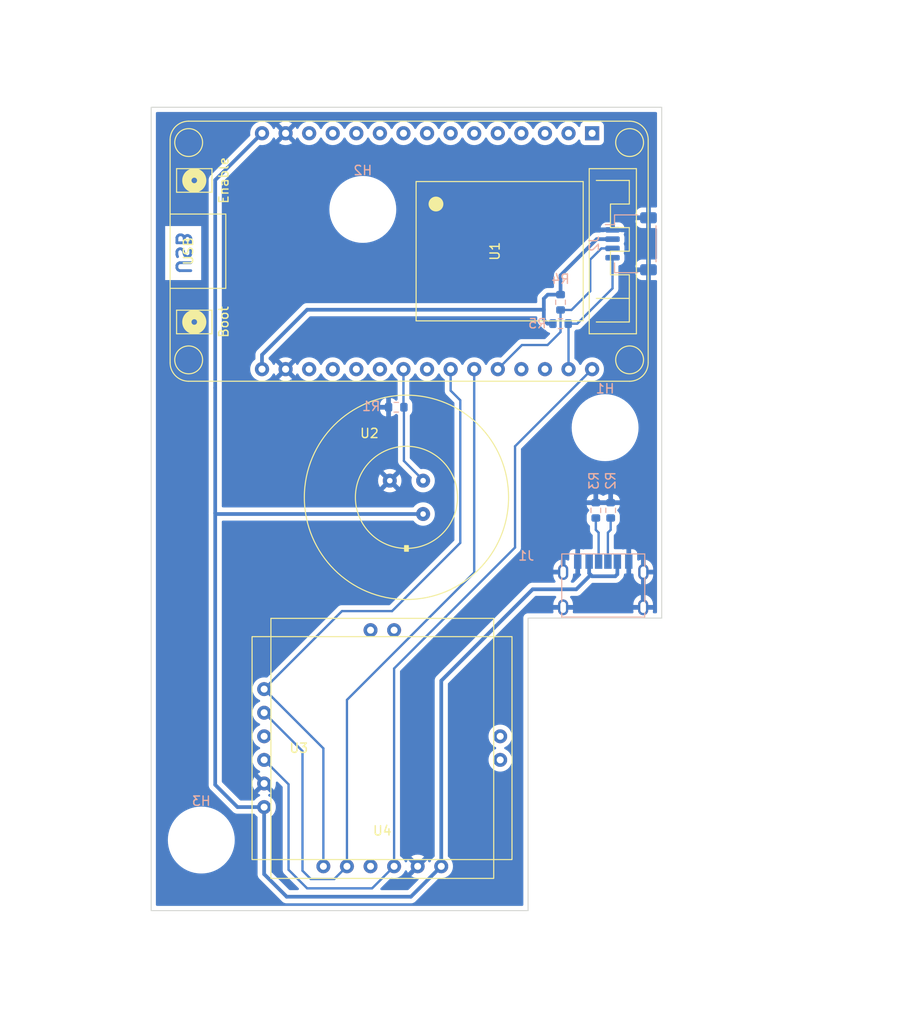
<source format=kicad_pcb>
(kicad_pcb (version 20211014) (generator pcbnew)
  (layers (0 "F.Cu" signal) (31 "B.Cu" signal) (34 "B.Paste" user) (35 "F.Paste" user) (36 "B.SilkS" user "B.Silkscreen") (37 "F.SilkS" user "F.Silkscreen") (38 "B.Mask" user) (39 "F.Mask" user) (44 "Edge.Cuts" user))
  (net 0 "")
  (net 1 "Net-(J1-PadA5)")
  (net 2 "+5V")
  (net 3 "GND")
  (net 4 "Net-(J1-PadB5)")
  (net 5 "motion")
  (net 6 "mmWave_Tx")
  (net 7 "mmWave_Rx")
  (net 9 "presence")
  (net 12 "+3V3")
  (net 16 "SDA")
  (net 17 "SCL")
  (footprint "My Footprints:SEN0395" (layer "F.Cu") (at 140 115)
    (fp_text reference "U3" (at -9 0 unlocked) (layer "F.SilkS"))
    (fp_text value "SEN0395")
    (fp_rect (start -12 -13.97) (end 12 14.03) (layer "F.SilkS") (width 0.12) (fill none))
    (pad "1" thru_hole circle (at -6.35 12.73) (size 1.5 1.5) (drill 0.75) (layers *.Cu *.Mask) (net 6 "mmWave_Tx"))
    (pad "2" thru_hole circle (at -3.81 12.73) (size 1.5 1.5) (drill 0.75) (layers *.Cu *.Mask) (net 7 "mmWave_Rx"))
    (pad "3" thru_hole circle (at -1.27 12.73) (size 1.5 1.5) (drill 0.75) (layers *.Cu *.Mask))
    (pad "4" thru_hole circle (at 1.27 12.73) (size 1.5 1.5) (drill 0.75) (layers *.Cu *.Mask) (net 9 "presence"))
    (pad "5" thru_hole circle (at 3.81 12.73) (size 1.5 1.5) (drill 0.75) (layers *.Cu *.Mask) (net 3 "GND"))
    (pad "6" thru_hole circle (at 6.35 12.73) (size 1.5 1.5) (drill 0.75) (layers *.Cu *.Mask) (net 2 "+5V"))
    (pad "7" thru_hole circle (at 1.27 -12.7) (size 1.5 1.5) (drill 0.75) (layers *.Cu *.Mask))
    (pad "8" thru_hole circle (at -1.27 -12.7) (size 1.5 1.5) (drill 0.75) (layers *.Cu *.Mask))
  )
  (footprint "My Footprints:esp32_devkit_v1" (layer "F.Cu") (at 162.6 61.5 -90)
    (fp_text reference "U1" (at 0 10.47 90) (layer "F.SilkS"))
    (fp_text value "ESP32_DevKit_V1_DOIT")
    (fp_text user "Enable" (at -7.62 39.68 90) (layer "F.SilkS"))
    (fp_text user "USB" (at 0 43.49 90) (layer "F.SilkS"))
    (fp_text user "Boot" (at 7.62 39.68 90) (layer "F.SilkS"))
    (fp_line (start -14 -4.04) (end -14 43.46) (layer "F.SilkS") (width 0.12))
    (fp_line (start 8.89 0.31) (end -8.89 0.31) (layer "F.SilkS") (width 0.12))
    (fp_line (start -7.5 18.96) (end -7.5 0.96) (layer "F.SilkS") (width 0.12))
    (fp_line (start 7.62 -4.008) (end 7.62 -0.452) (layer "F.SilkS") (width 0.12))
    (fp_line (start 8.89 -4.77) (end 8.89 0.31) (layer "F.SilkS") (width 0.12))
    (fp_line (start 2.54 -4.008) (end 7.62 -4.008) (layer "F.SilkS") (width 0.12))
    (fp_line (start 6.35 40.95) (end 8.89 40.95) (layer "F.SilkS") (width 0.12))
    (fp_line (start -6.35 40.95) (end -6.35 44.76) (layer "F.SilkS") (width 0.12))
    (fp_line (start 6.35 44.76) (end 6.35 40.95) (layer "F.SilkS") (width 0.12))
    (fp_line (start 4 39.46) (end 4 45.46) (layer "F.SilkS") (width 0.12))
    (fp_line (start 5.08 -4.008) (end 5.08 -0.452) (layer "F.SilkS") (width 0.12))
    (fp_line (start -2.54 -4.008) (end 0 -4.008) (layer "F.SilkS") (width 0.12))
    (fp_line (start 8.89 40.95) (end 8.89 44.76) (layer "F.SilkS") (width 0.12))
    (fp_line (start -6.35 44.76) (end -8.89 44.76) (layer "F.SilkS") (width 0.12))
    (fp_line (start 0 -1.976) (end 2.54 -1.976) (layer "F.SilkS") (width 0.12))
    (fp_line (start -2.54 -1.976) (end -2.54 -4.008) (layer "F.SilkS") (width 0.12))
    (fp_line (start -8.89 44.76) (end -8.89 40.95) (layer "F.SilkS") (width 0.12))
    (fp_line (start -7.5 0.96) (end 7.5 0.96) (layer "F.SilkS") (width 0.12))
    (fp_line (start -4 39.46) (end 4 39.46) (layer "F.SilkS") (width 0.12))
    (fp_line (start -7.62 -0.452) (end -7.62 -4.008) (layer "F.SilkS") (width 0.12))
    (fp_line (start 7.5 0.96) (end 7.5 18.96) (layer "F.SilkS") (width 0.12))
    (fp_line (start -4 39.46) (end -4 45.46) (layer "F.SilkS") (width 0.12))
    (fp_line (start -8.89 40.95) (end -6.35 40.95) (layer "F.SilkS") (width 0.12))
    (fp_line (start -8.89 -4.77) (end 8.89 -4.77) (layer "F.SilkS") (width 0.12))
    (fp_line (start -12 45.46) (end 12 45.46) (layer "F.SilkS") (width 0.12))
    (fp_line (start 8.89 44.76) (end 6.35 44.76) (layer "F.SilkS") (width 0.12))
    (fp_line (start -7.62 -4.008) (end -5.08 -4.008) (layer "F.SilkS") (width 0.12))
    (fp_line (start 14 43.46) (end 14 -4.04) (layer "F.SilkS") (width 0.12))
    (fp_line (start 0 -4.008) (end 0 -1.976) (layer "F.SilkS") (width 0.12))
    (fp_line (start -12 -6.04) (end 12 -6.04) (layer "F.SilkS") (width 0.12))
    (fp_line (start -5.08 -1.976) (end -2.54 -1.976) (layer "F.SilkS") (width 0.12))
    (fp_line (start 2.54 -1.976) (end 2.54 -4.008) (layer "F.SilkS") (width 0.12))
    (fp_line (start -5.08 -4.008) (end -5.08 -1.976) (layer "F.SilkS") (width 0.12))
    (fp_line (start 7.5 18.96) (end -7.5 18.96) (layer "F.SilkS") (width 0.12))
    (fp_line (start -8.89 0.31) (end -8.89 -4.77) (layer "F.SilkS") (width 0.12))
    (fp_arc (start 14 43.46) (mid 13.414214 44.874214) (end 12 45.46) (layer "F.SilkS") (width 0.12))
    (fp_arc (start -12 45.46) (mid -13.414214 44.874214) (end -14 43.46) (layer "F.SilkS") (width 0.12))
    (fp_arc (start -14 -4.04) (mid -13.414214 -5.454214) (end -12 -6.04) (layer "F.SilkS") (width 0.12))
    (fp_arc (start 12 -6.04) (mid 13.414214 -5.454214) (end 14 -4.04) (layer "F.SilkS") (width 0.12))
    (fp_circle (center 7.62 42.855) (end 7.92 42.855) (layer "F.SilkS") (width 1) (fill none))
    (fp_circle (center -11.7 43.46) (end -10.2 43.46) (layer "F.SilkS") (width 0.12) (fill none))
    (fp_circle (center -11.7 -4.04) (end -10.2 -4.04) (layer "F.SilkS") (width 0.12) (fill none))
    (fp_circle (center -7.62 42.855) (end -7.32 42.855) (layer "F.SilkS") (width 1) (fill none))
    (fp_circle (center 11.7 43.46) (end 13.2 43.46) (layer "F.SilkS") (width 0.12) (fill none))
    (fp_circle (center -5.08 16.82) (end -4.68 16.82) (layer "F.SilkS") (width 0.8) (fill none))
    (fp_circle (center 11.7 -4.04) (end 13.2 -4.04) (layer "F.SilkS") (width 0.12) (fill none))
    (pad "1" thru_hole rect (at -12.7 0 270) (size 1.524 1.524) (drill 0.762) (layers *.Cu *.Mask))
    (pad "2" thru_hole circle (at -12.7 2.54 270) (size 1.524 1.524) (drill 0.762) (layers *.Cu *.Mask))
    (pad "3" thru_hole circle (at -12.7 5.08 270) (size 1.524 1.524) (drill 0.762) (layers *.Cu *.Mask))
    (pad "4" thru_hole circle (at -12.7 7.62 270) (size 1.524 1.524) (drill 0.762) (layers *.Cu *.Mask))
    (pad "5" thru_hole circle (at -12.7 10.16 270) (size 1.524 1.524) (drill 0.762) (layers *.Cu *.Mask))
    (pad "6" thru_hole circle (at -12.7 12.7 270) (size 1.524 1.524) (drill 0.762) (layers *.Cu *.Mask))
    (pad "7" thru_hole circle (at -12.7 15.24 270) (size 1.524 1.524) (drill 0.762) (layers *.Cu *.Mask))
    (pad "8" thru_hole circle (at -12.7 17.78 270) (size 1.524 1.524) (drill 0.762) (layers *.Cu *.Mask))
    (pad "9" thru_hole circle (at -12.7 20.32 270) (size 1.524 1.524) (drill 0.762) (layers *.Cu *.Mask))
    (pad "10" thru_hole circle (at -12.7 22.86 270) (size 1.524 1.524) (drill 0.762) (layers *.Cu *.Mask))
    (pad "11" thru_hole circle (at -12.7 25.4 270) (size 1.524 1.524) (drill 0.762) (layers *.Cu *.Mask))
    (pad "12" thru_hole circle (at -12.7 27.94 270) (size 1.524 1.524) (drill 0.762) (layers *.Cu *.Mask))
    (pad "13" thru_hole circle (at -12.7 30.48 270) (size 1.524 1.524) (drill 0.762) (layers *.Cu *.Mask))
    (pad "14" thru_hole circle (at -12.7 33.02 270) (size 1.524 1.524) (drill 0.762) (layers *.Cu *.Mask) (net 3 "GND"))
    (pad "15" thru_hole circle (at -12.7 35.56 270) (size 1.524 1.524) (drill 0.762) (layers *.Cu *.Mask) (net 2 "+5V"))
    (pad "16" thru_hole circle (at 12.7 35.56 270) (size 1.524 1.524) (drill 0.762) (layers *.Cu *.Mask) (net 12 "+3V3"))
    (pad "17" thru_hole circle (at 12.7 33.02 270) (size 1.524 1.524) (drill 0.762) (layers *.Cu *.Mask) (net 3 "GND"))
    (pad "18" thru_hole circle (at 12.7 30.48 270) (size 1.524 1.524) (drill 0.762) (layers *.Cu *.Mask))
    (pad "19" thru_hole circle (at 12.7 27.94 270) (size 1.524 1.524) (drill 0.762) (layers *.Cu *.Mask))
    (pad "20" thru_hole circle (at 12.7 25.4 270) (size 1.524 1.524) (drill 0.762) (layers *.Cu *.Mask))
    (pad "21" thru_hole circle (at 12.7 22.86 270) (size 1.524 1.524) (drill 0.762) (layers *.Cu *.Mask))
    (pad "22" thru_hole circle (at 12.7 20.32 270) (size 1.524 1.524) (drill 0.762) (layers *.Cu *.Mask) (net 5 "motion"))
    (pad "23" thru_hole circle (at 12.7 17.78 270) (size 1.524 1.524) (drill 0.762) (layers *.Cu *.Mask))
    (pad "24" thru_hole circle (at 12.7 15.24 270) (size 1.524 1.524) (drill 0.762) (layers *.Cu *.Mask) (net 6 "mmWave_Tx"))
    (pad "25" thru_hole circle (at 12.7 12.7 270) (size 1.524 1.524) (drill 0.762) (layers *.Cu *.Mask) (net 7 "mmWave_Rx"))
    (pad "26" thru_hole circle (at 12.7 10.16 270) (size 1.524 1.524) (drill 0.762) (layers *.Cu *.Mask) (net 16 "SDA"))
    (pad "27" thru_hole circle (at 12.7 7.62 270) (size 1.524 1.524) (drill 0.762) (layers *.Cu *.Mask))
    (pad "28" thru_hole circle (at 12.7 5.08 270) (size 1.524 1.524) (drill 0.762) (layers *.Cu *.Mask))
    (pad "29" thru_hole circle (at 12.7 2.54 270) (size 1.524 1.524) (drill 0.762) (layers *.Cu *.Mask) (net 17 "SCL"))
    (pad "30" thru_hole circle (at 12.7 0 270) (size 1.524 1.524) (drill 0.762) (layers *.Cu *.Mask) (net 9 "presence"))
  )
  (footprint "My Footprints:EKMxxxxxxxxx" (layer "F.Cu") (at 142.6 88 180)
    (fp_text reference "U2" (at 3.990455 6.890455 unlocked) (layer "F.SilkS"))
    (fp_text value "EKMxxxxxxxxx")
    (fp_rect (start -0.2 -5.8) (end 0.2 -5.2) (layer "F.SilkS") (width 0.12) (fill solid))
    (fp_circle (center 0 0) (end 11 0.1) (layer "F.SilkS") (width 0.12) (fill none))
    (fp_circle (center 0 0) (end 5.5 0) (layer "F.SilkS") (width 0.12) (fill none))
    (pad "1" thru_hole circle (at 1.796 1.796 180) (size 1.5 1.5) (drill 0.6) (layers *.Cu *.Mask) (net 3 "GND"))
    (pad "2" thru_hole circle (at -1.796 1.796 180) (size 1.5 1.5) (drill 0.6) (layers *.Cu *.Mask) (net 5 "motion"))
    (pad "3" thru_hole circle (at -1.796 -1.796 180) (size 1.5 1.5) (drill 0.6) (layers *.Cu *.Mask) (net 2 "+5V"))
  )
  (footprint "My Footprints:SEN0395" (layer "F.Cu") (at 140 115 -90)
    (fp_text reference "U4" (at 8.9 0 unlocked) (layer "F.SilkS"))
    (fp_text value "SEN0395")
    (fp_rect (start -12 -13.97) (end 12 14.03) (layer "F.SilkS") (width 0.12) (fill none))
    (pad "1" thru_hole circle (at -6.35 12.73 270) (size 1.5 1.5) (drill 0.75) (layers *.Cu *.Mask) (net 6 "mmWave_Tx"))
    (pad "2" thru_hole circle (at -3.81 12.73 270) (size 1.5 1.5) (drill 0.75) (layers *.Cu *.Mask) (net 7 "mmWave_Rx"))
    (pad "3" thru_hole circle (at -1.27 12.73 270) (size 1.5 1.5) (drill 0.75) (layers *.Cu *.Mask))
    (pad "4" thru_hole circle (at 1.27 12.73 270) (size 1.5 1.5) (drill 0.75) (layers *.Cu *.Mask) (net 9 "presence"))
    (pad "5" thru_hole circle (at 3.81 12.73 270) (size 1.5 1.5) (drill 0.75) (layers *.Cu *.Mask) (net 3 "GND"))
    (pad "6" thru_hole circle (at 6.35 12.73 270) (size 1.5 1.5) (drill 0.75) (layers *.Cu *.Mask) (net 2 "+5V"))
    (pad "7" thru_hole circle (at 1.27 -12.7 270) (size 1.5 1.5) (drill 0.75) (layers *.Cu *.Mask))
    (pad "8" thru_hole circle (at -1.27 -12.7 270) (size 1.5 1.5) (drill 0.75) (layers *.Cu *.Mask))
  )
  (footprint "Resistor_SMD:R_0603_1608Metric" (layer "B.Cu") (at 159.2 67 -90)
    (fp_text reference "R4" (at -2.5 0) (layer "B.SilkS") (effects (justify mirror)))
    (fp_text value "2k2")
    (fp_line (start -0.237258 0.5225) (end 0.237258 0.5225) (layer "B.SilkS") (width 0.12))
    (fp_line (start -0.237258 -0.5225) (end 0.237258 -0.5225) (layer "B.SilkS") (width 0.12))
    (pad "1" smd roundrect (at -0.825 0 270) (size 0.8 0.95) (layers "B.Cu" "B.Paste" "B.Mask") (net 12 "+3V3"))
    (pad "2" smd roundrect (at 0.825 0 270) (size 0.8 0.95) (layers "B.Cu" "B.Paste" "B.Mask") (net 16 "SDA"))
  )
  (footprint "Resistor_SMD:R_0603_1608Metric" (layer "B.Cu") (at 164.6 89.4 90)
    (fp_text reference "R2" (at 3.2 0 90) (layer "B.SilkS") (effects (justify mirror)))
    (fp_text value "5k1")
    (fp_line (start -0.237258 -0.5225) (end 0.237258 -0.5225) (layer "B.SilkS") (width 0.12))
    (fp_line (start -0.237258 0.5225) (end 0.237258 0.5225) (layer "B.SilkS") (width 0.12))
    (pad "1" smd roundrect (at -0.825 0 90) (size 0.8 0.95) (layers "B.Cu" "B.Paste" "B.Mask") (net 4 "Net-(J1-PadB5)"))
    (pad "2" smd roundrect (at 0.825 0 90) (size 0.8 0.95) (layers "B.Cu" "B.Paste" "B.Mask") (net 3 "GND"))
  )
  (footprint "Resistor_SMD:R_0603_1608Metric" (layer "B.Cu") (at 163 89.4 90)
    (fp_text reference "R3" (at 3.2 -0.2 90) (layer "B.SilkS") (effects (justify mirror)))
    (fp_text value "5k1")
    (fp_line (start -0.237258 -0.5225) (end 0.237258 -0.5225) (layer "B.SilkS") (width 0.12))
    (fp_line (start -0.237258 0.5225) (end 0.237258 0.5225) (layer "B.SilkS") (width 0.12))
    (pad "1" smd roundrect (at -0.825 0 90) (size 0.8 0.95) (layers "B.Cu" "B.Paste" "B.Mask") (net 1 "Net-(J1-PadA5)"))
    (pad "2" smd roundrect (at 0.825 0 90) (size 0.8 0.95) (layers "B.Cu" "B.Paste" "B.Mask") (net 3 "GND"))
  )
  (footprint "MountingHole:MountingHole_3.2mm_M3" (layer "B.Cu") (at 164 80.5 180)
    (fp_text reference "H1" (at 0 4.2) (layer "B.SilkS") (effects (justify mirror)))
    (fp_text value "MountingHole")
    (pad "" np_thru_hole circle (at 0 0 180) (size 3.2 3.2) (drill 3.2) (layers F&B.Cu *.Mask) (clearance 2))
  )
  (footprint "Resistor_SMD:R_0603_1608Metric" (layer "B.Cu") (at 141.5 78.3 180)
    (fp_text reference "R1" (at 2.7 0.1) (layer "B.SilkS") (effects (justify mirror)))
    (fp_text value "10k")
    (fp_line (start -0.237258 0.5225) (end 0.237258 0.5225) (layer "B.SilkS") (width 0.12))
    (fp_line (start -0.237258 -0.5225) (end 0.237258 -0.5225) (layer "B.SilkS") (width 0.12))
    (pad "1" smd roundrect (at -0.825 0 180) (size 0.8 0.95) (layers "B.Cu" "B.Paste" "B.Mask") (net 5 "motion"))
    (pad "2" smd roundrect (at 0.825 0 180) (size 0.8 0.95) (layers "B.Cu" "B.Paste" "B.Mask") (net 3 "GND"))
  )
  (footprint "Resistor_SMD:R_0603_1608Metric" (layer "B.Cu") (at 159.2 69.3)
    (fp_text reference "R5" (at -2.5 0) (layer "B.SilkS") (effects (justify mirror)))
    (fp_text value "2k2")
    (fp_line (start -0.237258 -0.5225) (end 0.237258 -0.5225) (layer "B.SilkS") (width 0.12))
    (fp_line (start -0.237258 0.5225) (end 0.237258 0.5225) (layer "B.SilkS") (width 0.12))
    (pad "1" smd roundrect (at -0.825 0) (size 0.8 0.95) (layers "B.Cu" "B.Paste" "B.Mask") (net 12 "+3V3"))
    (pad "2" smd roundrect (at 0.825 0) (size 0.8 0.95) (layers "B.Cu" "B.Paste" "B.Mask") (net 17 "SCL"))
  )
  (footprint "Connector_JST:JST_SH_SM04B-SRSS-TB_1x04-1MP_P1.00mm_Horizontal" (layer "B.Cu") (at 166.8 60.7 -90)
    (fp_text reference "J2" (at 0 3.98 90) (layer "B.SilkS") (effects (justify mirror)))
    (fp_text value "JST_SH_01X04")
    (fp_line (start 3.11 1.785) (end 2.06 1.785) (layer "B.SilkS") (width 0.12))
    (fp_line (start -3.11 -0.715) (end -3.11 1.785) (layer "B.SilkS") (width 0.12))
    (fp_line (start 3.11 -0.715) (end 3.11 1.785) (layer "B.SilkS") (width 0.12))
    (fp_line (start -3.11 1.785) (end -2.06 1.785) (layer "B.SilkS") (width 0.12))
    (fp_line (start -2.06 1.785) (end -2.06 2.775) (layer "B.SilkS") (width 0.12))
    (fp_line (start -1.94 -2.685) (end 1.94 -2.685) (layer "B.SilkS") (width 0.12))
    (pad "1" smd roundrect (at -1.5 2 270) (size 0.6 1.55) (layers "B.Cu" "B.Paste" "B.Mask") (net 3 "GND"))
    (pad "2" smd roundrect (at -0.5 2 270) (size 0.6 1.55) (layers "B.Cu" "B.Paste" "B.Mask") (net 12 "+3V3"))
    (pad "3" smd roundrect (at 0.5 2 270) (size 0.6 1.55) (layers "B.Cu" "B.Paste" "B.Mask") (net 16 "SDA"))
    (pad "4" smd roundrect (at 1.5 2 270) (size 0.6 1.55) (layers "B.Cu" "B.Paste" "B.Mask") (net 17 "SCL"))
    (pad "MP" smd roundrect (at 2.8 -1.875 270) (size 1.2 1.8) (layers "B.Cu" "B.Paste" "B.Mask") (roundrect_rratio 0.208333) (net 3 "GND"))
    (pad "MP" smd roundrect (at -2.8 -1.875 270) (size 1.2 1.8) (layers "B.Cu" "B.Paste" "B.Mask") (roundrect_rratio 0.208333) (net 3 "GND"))
  )
  (footprint "My Footprints:USB_C_Power" (layer "B.Cu") (at 163.8 94.095 180)
    (fp_text reference "J1" (at 8.3 -0.205 unlocked) (layer "B.SilkS") (effects (justify mirror)))
    (fp_text value "USB_C_Receptacle_Power")
    (fp_rect (start -4.47 0) (end 4.47 -6.8) (layer "B.SilkS") (width 0.12) (fill none))
    (pad "A5" smd rect (at 0.5 -0.8 180) (size 0.8 1.6) (layers "B.Cu" "B.Paste" "B.Mask") (net 1 "Net-(J1-PadA5)"))
    (pad "A9" smd rect (at 1.52 -0.8 180) (size 0.8 1.6) (layers "B.Cu" "B.Paste" "B.Mask") (net 2 "+5V"))
    (pad "A12" smd rect (at 2.75 -0.8 180) (size 0.8 1.6) (layers "B.Cu" "B.Paste" "B.Mask") (net 3 "GND"))
    (pad "B5" smd rect (at -0.5 -0.8 180) (size 0.8 1.6) (layers "B.Cu" "B.Paste" "B.Mask") (net 4 "Net-(J1-PadB5)"))
    (pad "B9" smd rect (at -1.52 -0.8 180) (size 0.8 1.6) (layers "B.Cu" "B.Paste" "B.Mask") (net 2 "+5V"))
    (pad "B12" smd rect (at -2.75 -0.8 180) (size 0.8 1.6) (layers "B.Cu" "B.Paste" "B.Mask") (net 3 "GND"))
    (pad "SHLD" thru_hole oval (at -4.3 -5.75 180) (size 1.1 1.7) (drill oval 0.6 1.2) (layers *.Cu *.Mask) (net 3 "GND"))
    (pad "SHLD" thru_hole oval (at -4.32 -1.95 180) (size 1.1 1.7) (drill oval 0.6 1.2) (layers *.Cu *.Mask) (net 3 "GND"))
    (pad "SHLD" thru_hole oval (at 4.32 -1.95 180) (size 1.1 1.7) (drill oval 0.6 1.2) (layers *.Cu *.Mask) (net 3 "GND"))
    (pad "SHLD" thru_hole oval (at 4.32 -5.75 180) (size 1.1 1.7) (drill oval 0.6 1.2) (layers *.Cu *.Mask) (net 3 "GND"))
  )
  (footprint "MountingHole:MountingHole_3.2mm_M3" (layer "B.Cu") (at 137.9 57 180)
    (fp_text reference "H2" (at 0 4.2) (layer "B.SilkS") (effects (justify mirror)))
    (fp_text value "MountingHole")
    (pad "" np_thru_hole circle (at 0 0 180) (size 3.2 3.2) (drill 3.2) (layers F&B.Cu *.Mask) (clearance 2))
  )
  (footprint "MountingHole:MountingHole_3.2mm_M3" (layer "B.Cu") (at 120.5 124.9 180)
    (fp_text reference "H3" (at 0 4.2) (layer "B.SilkS") (effects (justify mirror)))
    (fp_text value "MountingHole")
    (pad "" np_thru_hole circle (at 0 0 180) (size 3.2 3.2) (drill 3.2) (layers F&B.Cu *.Mask) (clearance 2))
  )
  (gr_line (start 155.7 101) (end 170.1 101) (layer "Edge.Cuts") (width 0.1))
  (gr_line (start 155.7 132.5) (end 155.7 101) (layer "Edge.Cuts") (width 0.1))
  (gr_line (start 170.1 101) (end 170.1 46) (layer "Edge.Cuts") (width 0.1))
  (gr_line (start 115.1 46.1) (end 115.1 132.5) (layer "Edge.Cuts") (width 0.1))
  (gr_line (start 170.1 46) (end 115.1 46) (layer "Edge.Cuts") (width 0.1))
  (gr_line (start 115.1 46) (end 115.1 46.1) (layer "Edge.Cuts") (width 0.1))
  (gr_line (start 115.1 132.5) (end 155.7 132.5) (layer "Edge.Cuts") (width 0.1))
  (gr_text "USB" (at 118.55 61.7 270) (layer "B.Cu") (effects (font (size 1.5 1.5) (thickness 0.3)) (justify mirror)))
  (segment (start 163 91.5) (end 163 90.225) (width 0.25) (layer "B.Cu") (net 1))
  (segment (start 163.3 91.8) (end 163 91.5) (width 0.25) (layer "B.Cu") (net 1))
  (segment (start 163.3 94.895) (end 163.3 91.8) (width 0.25) (layer "B.Cu") (net 1))
  (segment (start 122.096 89.796) (end 122 89.7) (width 0.4) (layer "B.Cu") (net 2))
  (segment (start 160.9 97.9) (end 156.2 97.9) (width 0.4) (layer "B.Cu") (net 2))
  (segment (start 144.396 89.796) (end 122.096 89.796) (width 0.4) (layer "B.Cu") (net 2))
  (segment (start 165.1 96.5) (end 162.6 96.5) (width 0.4) (layer "B.Cu") (net 2))
  (segment (start 124.4 121.35) (end 122 118.95) (width 0.4) (layer "B.Cu") (net 2))
  (segment (start 122 118.95) (end 122 89.7) (width 0.4) (layer "B.Cu") (net 2))
  (segment (start 129.7 131) (end 143.08 131) (width 0.4) (layer "B.Cu") (net 2))
  (segment (start 162.28 96.18) (end 162.28 94.895) (width 0.4) (layer "B.Cu") (net 2))
  (segment (start 122 53.84) (end 122 76.2) (width 0.4) (layer "B.Cu") (net 2))
  (segment (start 162.6 96.5) (end 162.45 96.35) (width 0.4) (layer "B.Cu") (net 2))
  (segment (start 127.27 121.35) (end 127.27 128.57) (width 0.4) (layer "B.Cu") (net 2))
  (segment (start 165.32 96.28) (end 165.1 96.5) (width 0.4) (layer "B.Cu") (net 2))
  (segment (start 162.45 96.35) (end 160.9 97.9) (width 0.4) (layer "B.Cu") (net 2))
  (segment (start 156.2 97.9) (end 146.35 107.75) (width 0.4) (layer "B.Cu") (net 2))
  (segment (start 165.32 94.895) (end 165.32 96.28) (width 0.4) (layer "B.Cu") (net 2))
  (segment (start 162.45 96.35) (end 162.28 96.18) (width 0.4) (layer "B.Cu") (net 2))
  (segment (start 127.27 128.57) (end 129.7 131) (width 0.4) (layer "B.Cu") (net 2))
  (segment (start 143.08 131) (end 146.35 127.73) (width 0.4) (layer "B.Cu") (net 2))
  (segment (start 127.27 121.35) (end 124.4 121.35) (width 0.4) (layer "B.Cu") (net 2))
  (segment (start 127.04 48.8) (end 122 53.84) (width 0.4) (layer "B.Cu") (net 2))
  (segment (start 122 76.2) (end 122 89.7) (width 0.4) (layer "B.Cu") (net 2))
  (segment (start 146.35 107.75) (end 146.35 127.73) (width 0.4) (layer "B.Cu") (net 2))
  (segment (start 164.3 91.8) (end 164.3 94.895) (width 0.25) (layer "B.Cu") (net 4))
  (segment (start 164.6 91.5) (end 164.3 91.8) (width 0.25) (layer "B.Cu") (net 4))
  (segment (start 164.6 90.225) (end 164.6 91.5) (width 0.25) (layer "B.Cu") (net 4))
  (segment (start 142.28 78.255) (end 142.28 74.2) (width 0.25) (layer "B.Cu") (net 5))
  (segment (start 142.325 84.075) (end 142.325 78.3) (width 0.25) (layer "B.Cu") (net 5))
  (segment (start 144.396 86.204) (end 144.396 86.146) (width 0.25) (layer "B.Cu") (net 5))
  (segment (start 144.396 86.146) (end 142.325 84.075) (width 0.25) (layer "B.Cu") (net 5))
  (segment (start 142.325 78.3) (end 142.28 78.255) (width 0.25) (layer "B.Cu") (net 5))
  (segment (start 133.65 127.73) (end 133.65 115.03) (width 0.25) (layer "B.Cu") (net 6))
  (segment (start 135.65 100.25) (end 127.27 108.63) (width 0.25) (layer "B.Cu") (net 6))
  (segment (start 148.4 92.9) (end 141.05 100.25) (width 0.25) (layer "B.Cu") (net 6))
  (segment (start 132.36 113.74) (end 127.27 108.65) (width 0.25) (layer "B.Cu") (net 6))
  (segment (start 148.4 77.55) (end 148.4 92.9) (width 0.25) (layer "B.Cu") (net 6))
  (segment (start 147.36 76.51) (end 148.4 77.55) (width 0.25) (layer "B.Cu") (net 6))
  (segment (start 147.36 74.2) (end 147.36 76.51) (width 0.25) (layer "B.Cu") (net 6))
  (segment (start 127.27 108.63) (end 127.27 108.65) (width 0.25) (layer "B.Cu") (net 6))
  (segment (start 133.65 115.03) (end 132.36 113.74) (width 0.25) (layer "B.Cu") (net 6))
  (segment (start 141.05 100.25) (end 135.65 100.25) (width 0.25) (layer "B.Cu") (net 6))
  (segment (start 134.82 129.1) (end 136.19 127.73) (width 0.25) (layer "B.Cu") (net 7))
  (segment (start 131.4 128.2) (end 132.3 129.1) (width 0.25) (layer "B.Cu") (net 7))
  (segment (start 127.27 111.19) (end 131.4 115.32) (width 0.25) (layer "B.Cu") (net 7))
  (segment (start 131.4 115.32) (end 131.4 128.2) (width 0.25) (layer "B.Cu") (net 7))
  (segment (start 149.9 96.1) (end 136.19 109.81) (width 0.25) (layer "B.Cu") (net 7))
  (segment (start 132.3 129.1) (end 134.82 129.1) (width 0.25) (layer "B.Cu") (net 7))
  (segment (start 149.9 74.2) (end 149.9 96.1) (width 0.25) (layer "B.Cu") (net 7))
  (segment (start 136.19 109.81) (end 136.19 127.73) (width 0.25) (layer "B.Cu") (net 7))
  (segment (start 129.9 118.9) (end 127.27 116.27) (width 0.25) (layer "B.Cu") (net 9))
  (segment (start 138.9 130.1) (end 131.9 130.1) (width 0.25) (layer "B.Cu") (net 9))
  (segment (start 141.27 106.43) (end 154.3 93.4) (width 0.25) (layer "B.Cu") (net 9))
  (segment (start 131.9 130.1) (end 129.9 128.1) (width 0.25) (layer "B.Cu") (net 9))
  (segment (start 154.3 82.5) (end 162.6 74.2) (width 0.25) (layer "B.Cu") (net 9))
  (segment (start 154.3 93.4) (end 154.3 82.5) (width 0.25) (layer "B.Cu") (net 9))
  (segment (start 141.27 127.73) (end 138.9 130.1) (width 0.25) (layer "B.Cu") (net 9))
  (segment (start 141.27 127.73) (end 141.27 106.43) (width 0.25) (layer "B.Cu") (net 9))
  (segment (start 129.9 128.1) (end 129.9 118.9) (width 0.25) (layer "B.Cu") (net 9))
  (segment (start 159.2 66.175) (end 159.2 64.1) (width 0.4) (layer "B.Cu") (net 12))
  (segment (start 127.04 72.66) (end 131.9 67.8) (width 0.4) (layer "B.Cu") (net 12))
  (segment (start 157.8 69.3) (end 157.4 68.9) (width 0.4) (layer "B.Cu") (net 12))
  (segment (start 157.4 66.6) (end 157.825 66.175) (width 0.4) (layer "B.Cu") (net 12))
  (segment (start 131.9 67.8) (end 157.4 67.8) (width 0.4) (layer "B.Cu") (net 12))
  (segment (start 157.825 66.175) (end 159.2 66.175) (width 0.4) (layer "B.Cu") (net 12))
  (segment (start 159.2 64.1) (end 163.1 60.2) (width 0.4) (layer "B.Cu") (net 12))
  (segment (start 158.375 69.3) (end 157.8 69.3) (width 0.4) (layer "B.Cu") (net 12))
  (segment (start 157.4 67.8) (end 157.4 66.6) (width 0.4) (layer "B.Cu") (net 12))
  (segment (start 163.1 60.2) (end 164.8 60.2) (width 0.4) (layer "B.Cu") (net 12))
  (segment (start 127.04 74.2) (end 127.04 72.66) (width 0.4) (layer "B.Cu") (net 12))
  (segment (start 157.4 68.9) (end 157.4 67.8) (width 0.4) (layer "B.Cu") (net 12))
  (segment (start 155.04 71.6) (end 152.44 74.2) (width 0.25) (layer "B.Cu") (net 16))
  (segment (start 160.375 67.825) (end 162.4 65.8) (width 0.25) (layer "B.Cu") (net 16))
  (segment (start 162.4 62.4) (end 163.6 61.2) (width 0.25) (layer "B.Cu") (net 16))
  (segment (start 159.2 67.825) (end 159.2 70.2) (width 0.25) (layer "B.Cu") (net 16))
  (segment (start 159.2 70.2) (end 157.8 71.6) (width 0.25) (layer "B.Cu") (net 16))
  (segment (start 159.2 67.825) (end 160.375 67.825) (width 0.25) (layer "B.Cu") (net 16))
  (segment (start 162.4 65.8) (end 162.4 62.4) (width 0.25) (layer "B.Cu") (net 16))
  (segment (start 157.8 71.6) (end 155.04 71.6) (width 0.25) (layer "B.Cu") (net 16))
  (segment (start 163.6 61.2) (end 164.8 61.2) (width 0.25) (layer "B.Cu") (net 16))
  (segment (start 160.025 69.3) (end 161 69.3) (width 0.25) (layer "B.Cu") (net 17))
  (segment (start 160.06 69.335) (end 160.025 69.3) (width 0.25) (layer "B.Cu") (net 17))
  (segment (start 164.8 65.5) (end 164.8 62.2) (width 0.25) (layer "B.Cu") (net 17))
  (segment (start 161 69.3) (end 164.8 65.5) (width 0.25) (layer "B.Cu") (net 17))
  (segment (start 160.06 74.2) (end 160.06 69.335) (width 0.25) (layer "B.Cu") (net 17))
  (zone (net 3) (net_name "GND") (layer "B.Cu") (connect_pads (clearance 0.508)) (min_thickness 0.254) (fill yes (thermal_gap 0.508) (thermal_bridge_width 0.508))
    (polygon (pts (xy 175.2 135.9) (xy 112.1 135.9) (xy 112.1 43.8) (xy 175.2 43.8)))
  )
)
</source>
